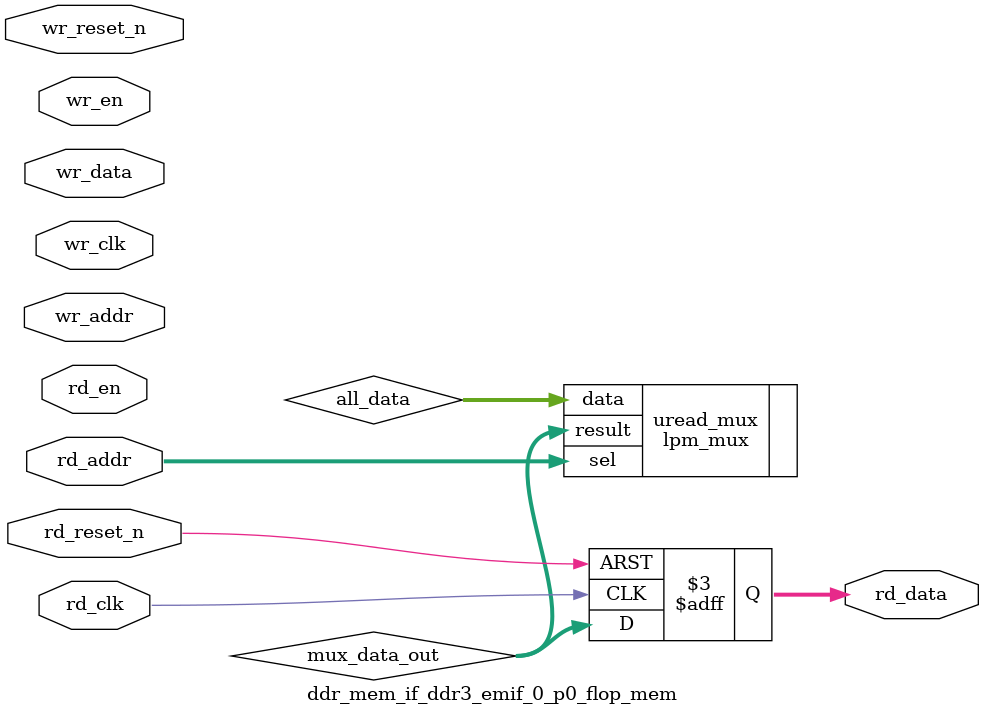
<source format=v>



`timescale 1 ps / 1 ps

(* altera_attribute = "-name ALLOW_SYNCH_CTRL_USAGE ON;-name AUTO_CLOCK_ENABLE_RECOGNITION ON" *)
module ddr_mem_if_ddr3_emif_0_p0_flop_mem(
	wr_reset_n,
	wr_clk,
	wr_en,
	wr_addr,
	wr_data,
	rd_reset_n,
	rd_clk,
	rd_en,
	rd_addr,
	rd_data
);

parameter WRITE_MEM_DEPTH	= "";
parameter WRITE_ADDR_WIDTH	= "";
parameter WRITE_DATA_WIDTH	= "";
parameter READ_MEM_DEPTH	= "";
parameter READ_ADDR_WIDTH	= "";		 
parameter READ_DATA_WIDTH	= "";


input	wr_reset_n;
input	wr_clk;
input	wr_en;
input	[WRITE_ADDR_WIDTH-1:0] wr_addr;
input	[WRITE_DATA_WIDTH-1:0] wr_data;
input	rd_reset_n;
input	rd_clk;
input	rd_en;
input	[READ_ADDR_WIDTH-1:0] rd_addr;
output	[READ_DATA_WIDTH-1:0] rd_data;



wire	[WRITE_DATA_WIDTH*WRITE_MEM_DEPTH-1:0] all_data;
wire	[READ_DATA_WIDTH-1:0] mux_data_out;



// declare a memory with WRITE_MEM_DEPTH entries
// each entry contains a data size of WRITE_DATA_WIDTH
reg	[WRITE_DATA_WIDTH-1:0] data_stored [0:WRITE_MEM_DEPTH-1] /* synthesis syn_preserve = 1 */;
reg	[READ_DATA_WIDTH-1:0] rd_data;

generate
genvar entry;
	for (entry=0; entry < WRITE_MEM_DEPTH; entry=entry+1)
	begin: mem_location
		assign all_data[(WRITE_DATA_WIDTH*(entry+1)-1) : (WRITE_DATA_WIDTH*entry)] = data_stored[entry]; 
		
		always @(posedge wr_clk or negedge wr_reset_n)
		begin
			if (~wr_reset_n) begin
				data_stored[entry] <= {WRITE_DATA_WIDTH{1'b0}};
			end else begin
				if (wr_en) begin
					if (entry == wr_addr) begin
						data_stored[entry] <= wr_data;
					end
				end
			end
		end		
	end
endgenerate

// mux to select the correct output data based on read address
lpm_mux	uread_mux(
	.sel (rd_addr),
	.data (all_data),
	.result (mux_data_out)
	// synopsys translate_off
	,
	.aclr (),
	.clken (),
	.clock ()
	// synopsys translate_on
	);
 defparam uread_mux.lpm_size = READ_MEM_DEPTH;
 defparam uread_mux.lpm_type = "LPM_MUX";
 defparam uread_mux.lpm_width = READ_DATA_WIDTH;
 defparam uread_mux.lpm_widths = READ_ADDR_WIDTH;

always @(posedge rd_clk or negedge rd_reset_n)	
begin
	if (~rd_reset_n) begin
		rd_data <= {READ_DATA_WIDTH{1'b0}};
	end else begin
		rd_data <= mux_data_out;
	end
end

endmodule

</source>
